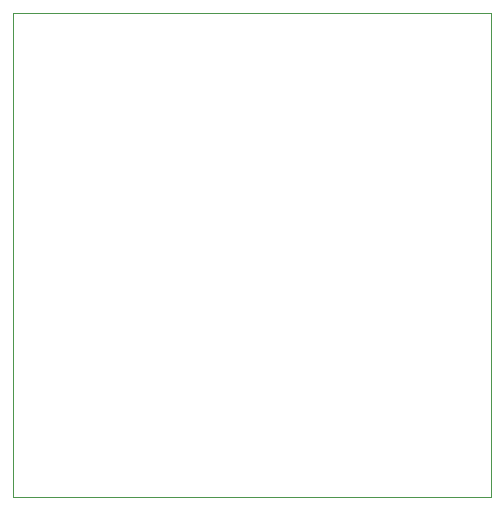
<source format=gbr>
%TF.GenerationSoftware,KiCad,Pcbnew,7.0.7*%
%TF.CreationDate,2023-09-11T13:21:53+02:00*%
%TF.ProjectId,MarklinBlock,4d61726b-6c69-46e4-926c-6f636b2e6b69,rev?*%
%TF.SameCoordinates,Original*%
%TF.FileFunction,Profile,NP*%
%FSLAX46Y46*%
G04 Gerber Fmt 4.6, Leading zero omitted, Abs format (unit mm)*
G04 Created by KiCad (PCBNEW 7.0.7) date 2023-09-11 13:21:53*
%MOMM*%
%LPD*%
G01*
G04 APERTURE LIST*
%TA.AperFunction,Profile*%
%ADD10C,0.100000*%
%TD*%
G04 APERTURE END LIST*
D10*
X120500000Y-115500000D02*
X161000000Y-115500000D01*
X161000000Y-156500000D01*
X120500000Y-156500000D01*
X120500000Y-115500000D01*
M02*

</source>
